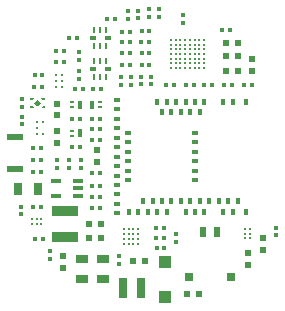
<source format=gtp>
G04*
G04 #@! TF.GenerationSoftware,Altium Limited,Altium Designer,23.0.1 (38)*
G04*
G04 Layer_Color=8421504*
%FSLAX25Y25*%
%MOIN*%
G70*
G04*
G04 #@! TF.SameCoordinates,78B848BC-93E4-4EEF-81BE-5096D5435DE8*
G04*
G04*
G04 #@! TF.FilePolarity,Positive*
G04*
G01*
G75*
%ADD21R,0.08740X0.03682*%
%ADD22R,0.01181X0.01260*%
%ADD23R,0.01378X0.01260*%
%ADD24R,0.01181X0.01378*%
%ADD25R,0.05500X0.02400*%
%ADD26R,0.01575X0.02756*%
%ADD27R,0.01575X0.00984*%
%ADD28R,0.02362X0.01300*%
%ADD29R,0.01130X0.02165*%
%ADD30R,0.00900X0.02165*%
%ADD31R,0.01614X0.02565*%
%ADD32R,0.01693X0.00987*%
%ADD33R,0.03524X0.01525*%
%ADD34R,0.02362X0.03347*%
%ADD35R,0.02756X0.03150*%
%ADD36C,0.00850*%
%ADD37C,0.00850*%
%ADD38C,0.01199*%
%ADD39C,0.00984*%
%ADD40C,0.00900*%
%ADD41R,0.04100X0.04100*%
%ADD42R,0.01800X0.01700*%
%ADD43R,0.03150X0.07087*%
%ADD44C,0.00100*%
%ADD45C,0.00100*%
%ADD46P,0.00141X4X180.0*%
%ADD47R,0.03937X0.03150*%
%ADD48R,0.03150X0.03937*%
%ADD49R,0.02362X0.02165*%
%ADD50R,0.02165X0.02362*%
%ADD51R,0.01260X0.01378*%
%ADD52R,0.01378X0.01181*%
%ADD53R,0.01260X0.01181*%
%ADD54R,0.02362X0.01575*%
%ADD55R,0.01575X0.02362*%
G36*
X14867Y69925D02*
X14001D01*
X13292Y70634D01*
Y70752D01*
X14867D01*
Y69925D01*
D02*
G37*
G36*
X11324Y70634D02*
X10615Y69925D01*
X9749D01*
Y70752D01*
X11324D01*
Y70634D01*
D02*
G37*
G36*
X12447Y70153D02*
X13422Y69179D01*
X13422Y68900D01*
X12447Y67926D01*
X12169Y67926D01*
X11195Y68900D01*
X11194Y69179D01*
X12169Y70153D01*
X12447Y70153D01*
D02*
G37*
G36*
X14867Y67327D02*
X13292D01*
Y67445D01*
X14001Y68154D01*
X14867D01*
Y67327D01*
D02*
G37*
G36*
X11324Y67445D02*
Y67327D01*
X9749D01*
Y68154D01*
X10615D01*
X11324Y67445D01*
D02*
G37*
D21*
X21400Y24509D02*
D03*
Y33091D02*
D03*
D22*
X14000Y23700D02*
D03*
X11400D02*
D03*
X30700Y73800D02*
D03*
X33300D02*
D03*
X67909Y75100D02*
D03*
X70509D02*
D03*
X55209D02*
D03*
X57810D02*
D03*
X64509D02*
D03*
X61910D02*
D03*
X74610D02*
D03*
X77210D02*
D03*
X73700Y93300D02*
D03*
X76300D02*
D03*
X49500Y89300D02*
D03*
X46900D02*
D03*
X81109Y75100D02*
D03*
X83710D02*
D03*
X30500Y37600D02*
D03*
X33100D02*
D03*
X30500Y45700D02*
D03*
X33100D02*
D03*
X30500Y34000D02*
D03*
X33100D02*
D03*
X54600Y20800D02*
D03*
X52000D02*
D03*
X47000Y92900D02*
D03*
X49600D02*
D03*
X25500Y90800D02*
D03*
X22900D02*
D03*
X47000Y85600D02*
D03*
X49600D02*
D03*
X11200Y74200D02*
D03*
X13800D02*
D03*
X47000Y81700D02*
D03*
X49600D02*
D03*
X10809Y54007D02*
D03*
X13409D02*
D03*
X30600Y60200D02*
D03*
X33200D02*
D03*
D23*
X24800Y73700D02*
D03*
X30600Y41200D02*
D03*
X35600Y97000D02*
D03*
X54500Y27300D02*
D03*
X40600Y92800D02*
D03*
Y85600D02*
D03*
Y89400D02*
D03*
X54500Y24100D02*
D03*
X13300Y34500D02*
D03*
X18600Y82600D02*
D03*
X11300Y78200D02*
D03*
X21100Y86400D02*
D03*
X40600Y81700D02*
D03*
X13300Y50100D02*
D03*
X10800Y46000D02*
D03*
X23800Y54200D02*
D03*
X30600Y63800D02*
D03*
X33200Y56700D02*
D03*
X23800Y63700D02*
D03*
D24*
X27400Y73700D02*
D03*
X33200Y41200D02*
D03*
X38200Y97000D02*
D03*
X51900Y27300D02*
D03*
X43200Y92800D02*
D03*
Y85600D02*
D03*
Y89400D02*
D03*
X51900Y24100D02*
D03*
X10700Y34500D02*
D03*
X21200Y82600D02*
D03*
X13900Y78200D02*
D03*
X18500Y86400D02*
D03*
X43200Y81700D02*
D03*
X10700Y50100D02*
D03*
X13400Y46000D02*
D03*
X26400Y54200D02*
D03*
X33200Y63800D02*
D03*
X30600Y56700D02*
D03*
X26400Y63700D02*
D03*
D25*
X4800Y47079D02*
D03*
Y57721D02*
D03*
D26*
X26462Y68500D02*
D03*
X30338D02*
D03*
D27*
X23706Y67614D02*
D03*
Y69386D02*
D03*
X33094Y67614D02*
D03*
Y69386D02*
D03*
D28*
X30641Y90700D02*
D03*
X35759D02*
D03*
Y80400D02*
D03*
X30641D02*
D03*
D29*
X35168Y93357D02*
D03*
X31231D02*
D03*
Y88042D02*
D03*
X35168D02*
D03*
Y77742D02*
D03*
X31231D02*
D03*
Y83057D02*
D03*
X35168D02*
D03*
D30*
X33200Y93357D02*
D03*
Y88042D02*
D03*
Y77742D02*
D03*
Y83057D02*
D03*
D31*
X26500Y58900D02*
D03*
D32*
X23700Y58100D02*
D03*
Y59700D02*
D03*
D33*
X18360Y38041D02*
D03*
Y43159D02*
D03*
X25840D02*
D03*
Y40600D02*
D03*
Y38041D02*
D03*
D34*
X67438Y25931D02*
D03*
X72162D02*
D03*
D35*
X62910Y11069D02*
D03*
X76690D02*
D03*
D36*
X13575Y28613D02*
D03*
X12000D02*
D03*
X10425D02*
D03*
X13575Y30187D02*
D03*
X12000D02*
D03*
X10425D02*
D03*
D37*
X45862Y26862D02*
D03*
Y25287D02*
D03*
Y23713D02*
D03*
Y22138D02*
D03*
X44287Y26862D02*
D03*
Y25287D02*
D03*
Y23713D02*
D03*
Y22138D02*
D03*
X42713Y26862D02*
D03*
Y25287D02*
D03*
Y22138D02*
D03*
X41138Y26862D02*
D03*
Y25287D02*
D03*
Y23713D02*
D03*
Y22138D02*
D03*
X42713Y23713D02*
D03*
D38*
X13984Y62568D02*
D03*
Y58631D02*
D03*
X12016Y62568D02*
D03*
Y60600D02*
D03*
Y58631D02*
D03*
D39*
X20384Y78268D02*
D03*
Y76300D02*
D03*
Y74331D02*
D03*
X18416Y78268D02*
D03*
Y76300D02*
D03*
Y74331D02*
D03*
D40*
X81513Y27075D02*
D03*
X83087D02*
D03*
X81513Y25500D02*
D03*
X83087D02*
D03*
X81513Y23925D02*
D03*
X83087D02*
D03*
X67799Y80607D02*
D03*
X66224D02*
D03*
X64650D02*
D03*
X63075D02*
D03*
X61500D02*
D03*
X59925D02*
D03*
X58350D02*
D03*
X56776D02*
D03*
X67799Y82182D02*
D03*
X66224D02*
D03*
X64650D02*
D03*
X63075D02*
D03*
X61500D02*
D03*
X59925D02*
D03*
X58350D02*
D03*
X56776D02*
D03*
X67799Y83757D02*
D03*
X66224D02*
D03*
X64650D02*
D03*
X63075D02*
D03*
X61500D02*
D03*
X59925D02*
D03*
X58350D02*
D03*
X56776D02*
D03*
X67799Y85331D02*
D03*
X66224D02*
D03*
X64650D02*
D03*
X63075D02*
D03*
X61500D02*
D03*
X59925D02*
D03*
X58350D02*
D03*
X56776D02*
D03*
X67799Y86906D02*
D03*
X66224D02*
D03*
X64650D02*
D03*
X63075D02*
D03*
X61500D02*
D03*
X59925D02*
D03*
X58350D02*
D03*
X56776D02*
D03*
X67799Y88481D02*
D03*
X66224D02*
D03*
X64650D02*
D03*
X63075D02*
D03*
X61500D02*
D03*
X59925D02*
D03*
X58350D02*
D03*
X56776D02*
D03*
X67799Y90056D02*
D03*
X66224D02*
D03*
X64650D02*
D03*
X63075D02*
D03*
X61500D02*
D03*
X59925D02*
D03*
X58350D02*
D03*
X56776D02*
D03*
D41*
X54900Y4200D02*
D03*
Y15900D02*
D03*
D42*
X60631Y98200D02*
D03*
Y95562D02*
D03*
D43*
X40650Y7300D02*
D03*
X46950D02*
D03*
D44*
X14296Y67740D02*
D03*
Y70339D02*
D03*
D45*
X10500Y70400D02*
D03*
Y67679D02*
D03*
D46*
X12308Y69040D02*
D03*
D47*
X34100Y10353D02*
D03*
Y17047D02*
D03*
X27100Y10353D02*
D03*
Y17047D02*
D03*
D48*
X5853Y40200D02*
D03*
X12547D02*
D03*
D49*
X82400Y18868D02*
D03*
Y14931D02*
D03*
X87500Y24069D02*
D03*
Y20132D02*
D03*
X18800Y64863D02*
D03*
Y68800D02*
D03*
Y55831D02*
D03*
Y59768D02*
D03*
X20900Y17868D02*
D03*
Y13931D02*
D03*
X83900Y83675D02*
D03*
Y79738D02*
D03*
X32100Y53268D02*
D03*
Y49332D02*
D03*
D50*
X79194Y89131D02*
D03*
X75257D02*
D03*
X62231Y5500D02*
D03*
X66168D02*
D03*
X75231Y79732D02*
D03*
X79168D02*
D03*
X75257Y84632D02*
D03*
X79194D02*
D03*
X44232Y16500D02*
D03*
X48169D02*
D03*
X29417Y28800D02*
D03*
X33354D02*
D03*
X29417Y24000D02*
D03*
X33354D02*
D03*
D51*
X45900Y97200D02*
D03*
X16400Y19700D02*
D03*
X58300Y22700D02*
D03*
X26000Y77100D02*
D03*
X6700Y31900D02*
D03*
X40100Y75109D02*
D03*
X22700Y49900D02*
D03*
X26700Y47400D02*
D03*
X7100Y61900D02*
D03*
D52*
X45900Y99800D02*
D03*
X16400Y17100D02*
D03*
X58300Y25300D02*
D03*
X26000Y79700D02*
D03*
X6700Y34500D02*
D03*
X40100Y77710D02*
D03*
X22700Y47300D02*
D03*
X26700Y50000D02*
D03*
X7100Y64500D02*
D03*
D53*
X50200Y75209D02*
D03*
Y77810D02*
D03*
X46900Y75209D02*
D03*
Y77810D02*
D03*
X52800Y100200D02*
D03*
Y97600D02*
D03*
X42600Y99700D02*
D03*
Y97100D02*
D03*
X39500Y18100D02*
D03*
Y15500D02*
D03*
X26000Y85900D02*
D03*
Y83300D02*
D03*
X49600Y97600D02*
D03*
Y100200D02*
D03*
X7000Y70400D02*
D03*
Y67800D02*
D03*
X91800Y24900D02*
D03*
Y27500D02*
D03*
X43600Y75109D02*
D03*
Y77710D02*
D03*
X18800Y50000D02*
D03*
Y47400D02*
D03*
D54*
X38816Y66873D02*
D03*
X42359Y52700D02*
D03*
Y46401D02*
D03*
Y43251D02*
D03*
X38816Y47976D02*
D03*
X64800Y49550D02*
D03*
Y58999D02*
D03*
Y55850D02*
D03*
X38816Y70023D02*
D03*
X42359Y58999D02*
D03*
Y49550D02*
D03*
Y55850D02*
D03*
X38816Y60574D02*
D03*
Y41676D02*
D03*
Y44826D02*
D03*
Y57424D02*
D03*
Y54275D02*
D03*
Y51125D02*
D03*
Y63724D02*
D03*
Y35377D02*
D03*
Y32228D02*
D03*
X64800Y52700D02*
D03*
Y46401D02*
D03*
Y43251D02*
D03*
X38816Y38527D02*
D03*
D55*
X55351Y69432D02*
D03*
X60076Y65889D02*
D03*
X50627Y36361D02*
D03*
X64800Y69432D02*
D03*
X77398D02*
D03*
X74249D02*
D03*
X58501D02*
D03*
X75824Y36361D02*
D03*
X69524D02*
D03*
X67950Y69432D02*
D03*
X53776Y36361D02*
D03*
X63225D02*
D03*
X56926D02*
D03*
X49052Y32818D02*
D03*
X52201Y69432D02*
D03*
X64800Y32818D02*
D03*
X42753D02*
D03*
X52201D02*
D03*
X66375Y65889D02*
D03*
X63225D02*
D03*
X47477Y36361D02*
D03*
X45902Y32818D02*
D03*
X55351D02*
D03*
X61650D02*
D03*
X60075Y36361D02*
D03*
X66375D02*
D03*
X67950Y32818D02*
D03*
X56926Y65889D02*
D03*
X77398Y32818D02*
D03*
X74249D02*
D03*
X72674Y36361D02*
D03*
X78973D02*
D03*
X81729Y32818D02*
D03*
X61650Y69432D02*
D03*
X53776Y65889D02*
D03*
X81729Y69432D02*
D03*
M02*

</source>
